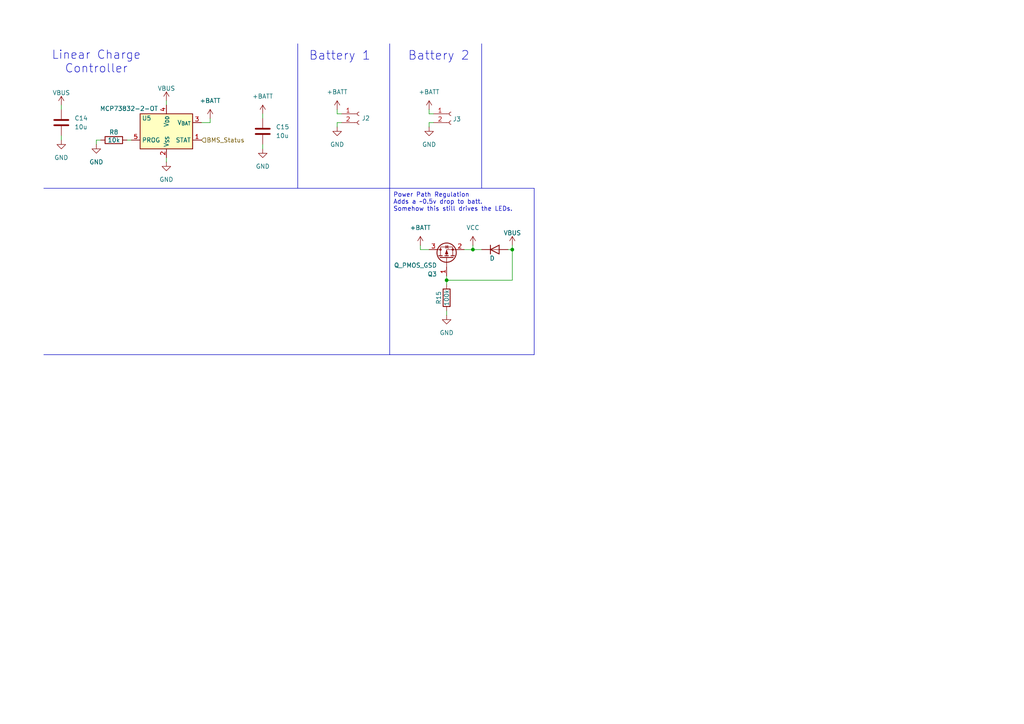
<source format=kicad_sch>
(kicad_sch (version 20250114) (generator "eeschema") (generator_version "9.0")
  (paper "A4")
  (lib_symbols
    (symbol "Battery_Management:MCP73832-2-OT"
      (property "Reference" "U" (at -7.62 6.35 0))
      (property "Value" "MCP73832-2-OT" (at 1.27 6.35 0))
      (symbol "MCP73832-2-OT_0_1"
        (rectangle (start -7.62 5.08) (end 7.62 -5.08) (stroke (width 0.254)) (fill (type background)))
      )
      (symbol "MCP73832-2-OT_1_1"
        (pin input line (at -10.16 -2.54 0) (length 2.54) (name "PROG") (number "5"))
        (pin power_in line (at 0 7.62 270) (length 2.54) (name "V_{DD}") (number "4"))
        (pin power_in line (at 0 -7.62 90) (length 2.54) (name "V_{SS}") (number "2"))
        (pin power_out line (at 10.16 2.54 180) (length 2.54) (name "V_{BAT}") (number "3"))
        (pin open_collector line (at 10.16 -2.54 180) (length 2.54) (name "STAT") (number "1"))
      )
    )
    (symbol "Connector:Conn_01x02_Socket" (pin_names (offset 1.016) (hide yes))
      (property "Reference" "J" (at 0 2.54 0))
      (property "Value" "Conn_01x02_Socket" (at 0 -5.08 0))
      (symbol "Conn_01x02_Socket_1_1"
        (polyline (pts (xy -1.27 0) (xy -0.508 0)) (stroke (width 0.1524)))
        (polyline (pts (xy -1.27 -2.54) (xy -0.508 -2.54)) (stroke (width 0.1524)))
        (arc (start 0 -0.508) (mid -0.5058 0) (end 0 0.508) (stroke (width 0.1524)))
        (arc (start 0 -3.048) (mid -0.5058 -2.54) (end 0 -2.032) (stroke (width 0.1524)))
        (pin passive line (at -5.08 0 0) (length 3.81) (name "Pin_1") (number "1"))
        (pin passive line (at -5.08 -2.54 0) (length 3.81) (name "Pin_2") (number "2"))
      )
    )
    (symbol "Device:C" (pin_numbers (hide yes)) (pin_names (offset 0.254))
      (property "Reference" "C" (at 0.635 2.54 0))
      (property "Value" "C" (at 0.635 -2.54 0))
      (symbol "C_0_1"
        (polyline (pts (xy -2.032 0.762) (xy 2.032 0.762)) (stroke (width 0.508)))
        (polyline (pts (xy -2.032 -0.762) (xy 2.032 -0.762)) (stroke (width 0.508)))
      )
      (symbol "C_1_1"
        (pin passive line (at 0 3.81 270) (length 2.794) (name "~") (number "1"))
        (pin passive line (at 0 -3.81 90) (length 2.794) (name "~") (number "2"))
      )
    )
    (symbol "Device:D" (pin_numbers (hide yes)) (pin_names (offset 1.016) (hide yes))
      (property "Reference" "D" (at 0 2.54 0))
      (property "Value" "D" (at 0 -2.54 0))
      (symbol "D_0_1"
        (polyline (pts (xy -1.27 1.27) (xy -1.27 -1.27)) (stroke (width 0.254)))
        (polyline (pts (xy 1.27 1.27) (xy 1.27 -1.27) (xy -1.27 0) (xy 1.27 1.27)) (stroke (width 0.254)))
        (polyline (pts (xy 1.27 0) (xy -1.27 0)))
      )
      (symbol "D_1_1"
        (pin passive line (at -3.81 0 0) (length 2.54) (name "K") (number "1"))
        (pin passive line (at 3.81 0 180) (length 2.54) (name "A") (number "2"))
      )
    )
    (symbol "Device:Q_PMOS_GSD" (pin_names (offset 0) (hide yes))
      (property "Reference" "Q" (at 5.08 1.27 0))
      (property "Value" "Q_PMOS_GSD" (at 5.08 -1.27 0))
      (symbol "Q_PMOS_GSD_0_1"
        (polyline (pts (xy 0.254 1.905) (xy 0.254 -1.905)) (stroke (width 0.254)))
        (polyline (pts (xy 0.254 0) (xy -2.54 0)))
        (polyline (pts (xy 0.762 2.286) (xy 0.762 1.27)) (stroke (width 0.254)))
        (polyline (pts (xy 0.762 1.778) (xy 3.302 1.778) (xy 3.302 -1.778) (xy 0.762 -1.778)))
        (polyline (pts (xy 0.762 0.508) (xy 0.762 -0.508)) (stroke (width 0.254)))
        (polyline (pts (xy 0.762 -1.27) (xy 0.762 -2.286)) (stroke (width 0.254)))
        (circle (center 1.651 0) (radius 2.794) (stroke (width 0.254)))
        (polyline (pts (xy 2.286 0) (xy 1.27 0.381) (xy 1.27 -0.381) (xy 2.286 0)) (fill (type outline)))
        (polyline (pts (xy 2.54 2.54) (xy 2.54 1.778)))
        (circle (center 2.54 1.778) (radius 0.254) (fill (type outline)))
        (circle (center 2.54 -1.778) (radius 0.254) (fill (type outline)))
        (polyline (pts (xy 2.54 -2.54) (xy 2.54 0) (xy 0.762 0)))
        (polyline (pts (xy 2.794 -0.508) (xy 2.921 -0.381) (xy 3.683 -0.381) (xy 3.81 -0.254)))
        (polyline (pts (xy 3.302 -0.381) (xy 2.921 0.254) (xy 3.683 0.254) (xy 3.302 -0.381)))
      )
      (symbol "Q_PMOS_GSD_1_1"
        (pin input line (at -5.08 0 0) (length 2.54) (name "G") (number "1"))
        (pin passive line (at 2.54 5.08 270) (length 2.54) (name "D") (number "3"))
        (pin passive line (at 2.54 -5.08 90) (length 2.54) (name "S") (number "2"))
      )
    )
    (symbol "Device:R" (pin_numbers (hide yes)) (pin_names (offset 0))
      (property "Reference" "R" (at 2.032 0 90))
      (property "Value" "R" (at 0 0 90))
      (symbol "R_0_1"
        (rectangle (start -1.016 -2.54) (end 1.016 2.54) (stroke (width 0.254)))
      )
      (symbol "R_1_1"
        (pin passive line (at 0 3.81 270) (length 1.27) (name "~") (number "1"))
        (pin passive line (at 0 -3.81 90) (length 1.27) (name "~") (number "2"))
      )
    )
    (symbol "power:+BATT" (power) (pin_numbers (hide yes)) (pin_names (offset 0) (hide yes))
      (property "Value" "+BATT" (at 0 3.556 0))
      (symbol "+BATT_0_1"
        (polyline (pts (xy -0.762 1.27) (xy 0 2.54)))
        (polyline (pts (xy 0 2.54) (xy 0.762 1.27)))
        (polyline (pts (xy 0 0) (xy 0 2.54)))
      )
      (symbol "+BATT_1_1"
        (pin power_in line (at 0 0 90) (length 0) (name "~") (number "1"))
      )
    )
    (symbol "power:GND" (power) (pin_numbers (hide yes)) (pin_names (offset 0) (hide yes))
      (property "Value" "GND" (at 0 -3.81 0))
      (symbol "GND_0_1"
        (polyline (pts (xy 0 0) (xy 0 -1.27) (xy 1.27 -1.27) (xy 0 -2.54) (xy -1.27 -1.27) (xy 0 -1.27)))
      )
      (symbol "GND_1_1"
        (pin power_in line (at 0 0 270) (length 0) (name "~") (number "1"))
      )
    )
    (symbol "power:VBUS" (power) (pin_names (offset 0))
      (property "Value" "VBUS" (at 0 3.81 0))
      (symbol "VBUS_0_1"
        (polyline (pts (xy -0.762 1.27) (xy 0 2.54)))
        (polyline (pts (xy 0 2.54) (xy 0.762 1.27)))
        (polyline (pts (xy 0 0) (xy 0 2.54)))
      )
      (symbol "VBUS_1_1"
        (pin power_in line (at 0 0 90) (length 0) (hide yes) (name "VBUS") (number "1"))
      )
    )
    (symbol "power:VCC" (power) (pin_numbers (hide yes)) (pin_names (offset 0) (hide yes))
      (property "Value" "VCC" (at 0 3.556 0))
      (symbol "VCC_0_1"
        (polyline (pts (xy -0.762 1.27) (xy 0 2.54)))
        (polyline (pts (xy 0 2.54) (xy 0.762 1.27)))
        (polyline (pts (xy 0 0) (xy 0 2.54)))
      )
      (symbol "VCC_1_1"
        (pin power_in line (at 0 0 90) (length 0) (name "~") (number "1"))
      )
    )
  )
  (text "Battery 1" (at 98.552 16.256 0) (effects (font (size 2.54 2.54))))
  (text "Battery 2" (at 127.254 16.256 0) (effects (font (size 2.54 2.54))))
  (text "Linear Charge\nController" (at 27.94 18.034 0) (effects (font (size 2.45 2.45))))
  (text "Power Path Regulation\nAdds a ~0.5v drop to batt.\nSomehow this still drives the LEDs." (at 114.046 58.674 0) (effects (font (size 1.27 1.27)) (justify left)))
  (junction (at 137.16 72.39))
  (junction (at 129.54 81.28))
  (junction (at 148.59 72.39))
  (wire (pts (xy 125.73 35.56) (xy 124.46 35.56)))
  (wire (pts (xy 48.26 45.72) (xy 48.26 46.99)))
  (wire (pts (xy 60.96 34.29) (xy 60.96 35.56)))
  (wire (pts (xy 27.94 40.64) (xy 27.94 41.91)))
  (polyline (pts (xy 12.7 54.61) (xy 86.36 54.61)))
  (wire (pts (xy 121.92 71.12) (xy 121.92 72.39)))
  (wire (pts (xy 17.78 30.48) (xy 17.78 31.75)))
  (wire (pts (xy 129.54 90.17) (xy 129.54 91.44)))
  (polyline (pts (xy 113.03 102.87) (xy 154.94 102.87)))
  (wire (pts (xy 129.54 81.28) (xy 129.54 82.55)))
  (polyline (pts (xy 113.03 54.61) (xy 113.03 102.87)))
  (polyline (pts (xy 12.7 102.87) (xy 113.03 102.87)))
  (wire (pts (xy 29.21 40.64) (xy 27.94 40.64)))
  (wire (pts (xy 17.78 40.64) (xy 17.78 39.37)))
  (wire (pts (xy 124.46 35.56) (xy 124.46 36.83)))
  (wire (pts (xy 97.79 31.75) (xy 97.79 33.02)))
  (wire (pts (xy 97.79 35.56) (xy 97.79 36.83)))
  (wire (pts (xy 60.96 35.56) (xy 58.42 35.56)))
  (wire (pts (xy 36.83 40.64) (xy 38.1 40.64)))
  (wire (pts (xy 99.06 35.56) (xy 97.79 35.56)))
  (polyline (pts (xy 139.7 12.7) (xy 139.7 54.61)))
  (wire (pts (xy 129.54 80.01) (xy 129.54 81.28)))
  (wire (pts (xy 97.79 33.02) (xy 99.06 33.02)))
  (wire (pts (xy 134.62 72.39) (xy 137.16 72.39)))
  (wire (pts (xy 148.59 72.39) (xy 148.59 81.28)))
  (wire (pts (xy 137.16 72.39) (xy 137.16 71.12)))
  (wire (pts (xy 148.59 71.12) (xy 148.59 72.39)))
  (polyline (pts (xy 86.36 54.61) (xy 139.7 54.61)))
  (wire (pts (xy 148.59 81.28) (xy 129.54 81.28)))
  (wire (pts (xy 48.26 29.21) (xy 48.26 30.48)))
  (polyline (pts (xy 139.7 54.61) (xy 154.94 54.61)))
  (polyline (pts (xy 113.03 12.7) (xy 113.03 54.61)))
  (polyline (pts (xy 86.36 12.7) (xy 86.36 54.61)))
  (wire (pts (xy 124.46 33.02) (xy 125.73 33.02)))
  (wire (pts (xy 137.16 72.39) (xy 139.7 72.39)))
  (wire (pts (xy 124.46 31.75) (xy 124.46 33.02)))
  (polyline (pts (xy 154.94 54.61) (xy 154.94 102.87)))
  (wire (pts (xy 121.92 72.39) (xy 124.46 72.39)))
  (wire (pts (xy 76.2 41.91) (xy 76.2 43.18)))
  (wire (pts (xy 147.32 72.39) (xy 148.59 72.39)))
  (wire (pts (xy 76.2 33.02) (xy 76.2 34.29)))
  (hierarchical_label "BMS_Status" (shape input) (at 58.42 40.64 0))
  (symbol (lib_id "power:VBUS") (at 48.26 29.21 0) (unit 1)
    (property "Reference" "#PWR028" (effects (hide yes)))
    (property "Value" "VBUS" (at 48.26 25.654 0))
  )
  (symbol (lib_id "Connector:Conn_01x02_Socket") (at 130.81 33.02 0) (unit 1)
    (property "Reference" "J3" (at 131.318 34.544 0) (effects (justify left)))
    (property "Value" "Conn_01x02_Socket" (effects (hide yes)))
    (property "Footprint" "Connector_PinHeader_2.00mm:PinHeader_1x02_P2.00mm_Vertical" (effects (hide yes)))
    (property "Description" "Generic connector, single row, 01x02, script generated" (effects (hide yes)))
  )
  (symbol (lib_id "Device:R") (at 33.02 40.64 90) (unit 1)
    (property "Reference" "R8" (at 33.02 38.354 90))
    (property "Value" "10k" (at 33.02 40.64 90))
    (property "Footprint" "Resistor_SMD:R_0402_1005Metric" (effects (hide yes)))
    (property "Description" "Resistor" (effects (hide yes)))
  )
  (symbol (lib_id "power:GND") (at 97.79 36.83 0) (unit 1)
    (property "Reference" "#PWR046" (effects (hide yes)))
    (property "Value" "GND" (at 97.79 41.91 0))
    (property "Description" "Power symbol creates a global label with name \"GND\" , ground" (effects (hide yes)))
  )
  (symbol (lib_id "power:GND") (at 17.78 40.64 0) (unit 1)
    (property "Reference" "#PWR036" (effects (hide yes)))
    (property "Value" "GND" (at 17.78 45.72 0))
    (property "Description" "Power symbol creates a global label with name \"GND\" , ground" (effects (hide yes)))
  )
  (symbol (lib_id "power:GND") (at 124.46 36.83 0) (unit 1)
    (property "Reference" "#PWR048" (effects (hide yes)))
    (property "Value" "GND" (at 124.46 41.91 0))
    (property "Description" "Power symbol creates a global label with name \"GND\" , ground" (effects (hide yes)))
  )
  (symbol (lib_id "power:+BATT") (at 97.79 31.75 0) (unit 1)
    (property "Reference" "#PWR045" (effects (hide yes)))
    (property "Value" "+BATT" (at 97.79 26.67 0))
    (property "Description" "Power symbol creates a global label with name \"+BATT\"" (effects (hide yes)))
  )
  (symbol (lib_id "Device:C") (at 76.2 38.1 0) (unit 1)
    (property "Reference" "C15" (at 80.01 36.8299 0) (effects (justify left)))
    (property "Value" "10u" (at 80.01 39.3699 0) (effects (justify left)))
    (property "Footprint" "Capacitor_SMD:C_0603_1608Metric" (effects (hide yes)))
    (property "Description" "Unpolarized capacitor" (effects (hide yes)))
  )
  (symbol (lib_id "power:GND") (at 76.2 43.18 0) (unit 1)
    (property "Reference" "#PWR037" (effects (hide yes)))
    (property "Value" "GND" (at 76.2 48.26 0))
    (property "Description" "Power symbol creates a global label with name \"GND\" , ground" (effects (hide yes)))
  )
  (symbol (lib_id "power:+BATT") (at 124.46 31.75 0) (unit 1)
    (property "Reference" "#PWR047" (effects (hide yes)))
    (property "Value" "+BATT" (at 124.46 26.67 0))
    (property "Description" "Power symbol creates a global label with name \"+BATT\"" (effects (hide yes)))
  )
  (symbol (lib_id "Device:Q_PMOS_GSD") (at 129.54 74.93 90) (unit 1)
    (property "Reference" "Q3" (at 126.746 79.502 90) (effects (justify left)))
    (property "Value" "Q_PMOS_GSD" (at 126.746 76.962 90) (effects (justify left)))
    (property "Footprint" "Package_TO_SOT_SMD:SOT-23" (effects (hide yes)))
    (property "Description" "P-MOSFET transistor, gate/source/drain" (effects (hide yes)))
  )
  (symbol (lib_id "power:+BATT") (at 121.92 71.12 0) (unit 1)
    (property "Reference" "#PWR020" (effects (hide yes)))
    (property "Value" "+BATT" (at 121.92 66.04 0))
    (property "Description" "Power symbol creates a global label with name \"+BATT\"" (effects (hide yes)))
  )
  (symbol (lib_id "power:VBUS") (at 148.59 71.12 0) (mirror y) (unit 1)
    (property "Reference" "#PWR049" (effects (hide yes)))
    (property "Value" "VBUS" (at 148.59 67.564 0))
  )
  (symbol (lib_id "Device:D") (at 143.51 72.39 0) (unit 1)
    (property "Reference" "D34" (effects (hide yes)))
    (property "Value" "D" (at 143.5101 74.93 0) (effects (justify right)))
    (property "Footprint" "Diode_SMD:D_SOD-323" (effects (hide yes)))
    (property "Description" "Diode" (effects (hide yes)))
    (property "Sim.Device" "D" (effects (hide yes)))
    (property "Sim.Pins" "1=K 2=A" (effects (hide yes)))
  )
  (symbol (lib_id "Device:R") (at 129.54 86.36 180) (unit 1)
    (property "Reference" "R15" (at 127.254 86.36 90))
    (property "Value" "100k" (at 129.54 86.36 90))
    (property "Footprint" "Resistor_SMD:R_0402_1005Metric" (effects (hide yes)))
    (property "Description" "Resistor" (effects (hide yes)))
  )
  (symbol (lib_id "power:GND") (at 27.94 41.91 0) (unit 1)
    (property "Reference" "#PWR029" (effects (hide yes)))
    (property "Value" "GND" (at 27.94 46.99 0))
    (property "Description" "Power symbol creates a global label with name \"GND\" , ground" (effects (hide yes)))
  )
  (symbol (lib_id "Device:C") (at 17.78 35.56 0) (unit 1)
    (property "Reference" "C14" (at 21.59 34.2899 0) (effects (justify left)))
    (property "Value" "10u" (at 21.59 36.8299 0) (effects (justify left)))
    (property "Footprint" "Capacitor_SMD:C_0603_1608Metric" (effects (hide yes)))
    (property "Description" "Unpolarized capacitor" (effects (hide yes)))
  )
  (symbol (lib_id "power:GND") (at 129.54 91.44 0) (unit 1)
    (property "Reference" "#PWR051" (effects (hide yes)))
    (property "Value" "GND" (at 129.54 96.52 0))
    (property "Description" "Power symbol creates a global label with name \"GND\" , ground" (effects (hide yes)))
  )
  (symbol (lib_id "power:+BATT") (at 60.96 34.29 0) (unit 1)
    (property "Reference" "#PWR034" (effects (hide yes)))
    (property "Value" "+BATT" (at 60.96 29.21 0))
    (property "Description" "Power symbol creates a global label with name \"+BATT\"" (effects (hide yes)))
  )
  (symbol (lib_id "power:+BATT") (at 76.2 33.02 0) (unit 1)
    (property "Reference" "#PWR043" (effects (hide yes)))
    (property "Value" "+BATT" (at 76.2 27.94 0))
    (property "Description" "Power symbol creates a global label with name \"+BATT\"" (effects (hide yes)))
  )
  (symbol (lib_id "power:VCC") (at 137.16 71.12 0) (unit 1)
    (property "Reference" "#PWR035" (effects (hide yes)))
    (property "Value" "VCC" (at 137.16 66.04 0))
    (property "Description" "Power symbol creates a global label with name \"VCC\"" (effects (hide yes)))
  )
  (symbol (lib_id "power:GND") (at 48.26 46.99 0) (unit 1)
    (property "Reference" "#PWR033" (effects (hide yes)))
    (property "Value" "GND" (at 48.26 52.07 0))
    (property "Description" "Power symbol creates a global label with name \"GND\" , ground" (effects (hide yes)))
  )
  (symbol (lib_id "Connector:Conn_01x02_Socket") (at 104.14 33.02 0) (unit 1)
    (property "Reference" "J2" (at 104.902 34.29 0) (effects (justify left)))
    (property "Value" "Conn_01x02_Socket" (effects (hide yes)))
    (property "Footprint" "Connector_PinHeader_2.00mm:PinHeader_1x02_P2.00mm_Vertical" (effects (hide yes)))
    (property "Description" "Generic connector, single row, 01x02, script generated" (effects (hide yes)))
  )
  (symbol (lib_id "power:VBUS") (at 17.78 30.48 0) (unit 1)
    (property "Reference" "#PWR044" (effects (hide yes)))
    (property "Value" "VBUS" (at 17.78 26.924 0))
  )
  (symbol (lib_id "Battery_Management:MCP73832-2-OT") (at 48.26 38.1 0) (unit 1)
    (property "Reference" "U5" (at 41.148 34.29 0) (effects (justify left)))
    (property "Value" "MCP73832-2-OT" (at 28.956 31.496 0) (effects (justify left)))
    (property "Footprint" "Package_TO_SOT_SMD:SOT-23-5" (effects (hide yes)))
    (property "Datasheet" "http://ww1.microchip.com/downloads/en/DeviceDoc/20001984g.pdf" (effects (hide yes)))
    (property "Description" "Single cell, Li-Ion/Li-Po charge management controller, 4.20V, Open-Drain Status Output, in SOT23-5 package" (effects (hide yes)))
  )
)
</source>
